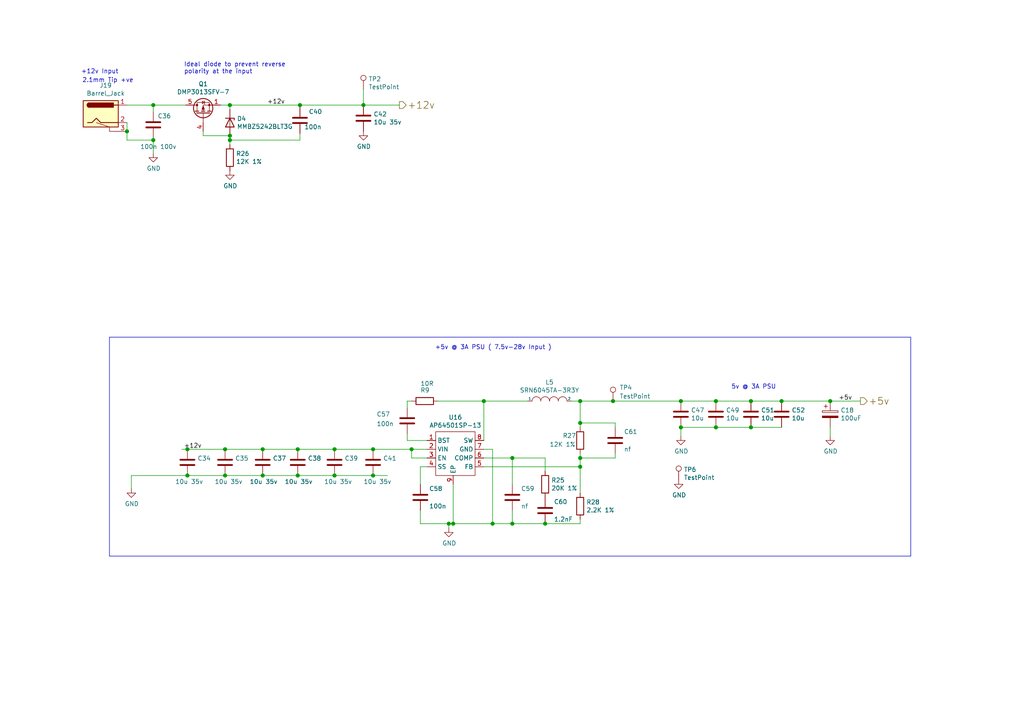
<source format=kicad_sch>
(kicad_sch (version 20231120) (generator "eeschema") (generator_version "8.0")
  (paper "A4")
  (title_block (title "Compute Module 4 IO Board - PSUs") (company "© 2020-2022 Raspberry Pi Ltd (formerly Raspberry Pi (Trading) Ltd.)") (comment 1 "www.raspberrypi.com"))
  (lib_symbols
    (symbol "CM4IO:AP64351"
      (property "Reference" "U" (at 0 8.89 0))
      (property "Value" "AP64351" (at 1.27 6.35 0))
      (symbol "AP64351_0_1"
        (rectangle (start -5.08 5.08) (end 6.35 -7.62))
      )
      (symbol "AP64351_1_1"
        (pin passive line (at -7.62 2.54 0) (length 2.54) (name "BST") (number "1"))
        (pin power_in line (at -7.62 0 0) (length 2.54) (name "VIN") (number "2"))
        (pin input line (at -7.62 -2.54 0) (length 2.54) (name "EN") (number "3"))
        (pin input line (at -7.62 -5.08 0) (length 2.54) (name "SS") (number "4"))
        (pin input line (at 8.89 -5.08 180) (length 2.54) (name "FB") (number "5"))
        (pin input line (at 8.89 -2.54 180) (length 2.54) (name "COMP") (number "6"))
        (pin power_in line (at 8.89 0 180) (length 2.54) (name "GND") (number "7"))
        (pin output line (at 8.89 2.54 180) (length 2.54) (name "SW") (number "8"))
        (pin passive line (at 0 -10.16 90) (length 2.54) (name "EP") (number "9"))
      )
    )
    (symbol "CM4IO:Barrel_Jack"
      (property "Reference" "J" (at 0 5.334 0))
      (property "Value" "Barrel_Jack" (at 0 -5.08 0))
      (symbol "Barrel_Jack_0_1"
        (rectangle (start -5.08 3.81) (end 5.08 -3.81) (stroke (width 0.254)) (fill (type background)))
        (arc (start -3.302 3.175) (mid -3.9342 2.54) (end -3.302 1.905) (stroke (width 0.254)))
        (arc (start -3.302 3.175) (mid -3.9342 2.54) (end -3.302 1.905) (stroke (width 0.254)) (fill (type outline)))
        (polyline (pts (xy 5.08 2.54) (xy 3.81 2.54)) (stroke (width 0.254)))
        (polyline (pts (xy 5.08 -5.08) (xy 2.54 -5.08) (xy 2.54 -3.81) (xy -1.27 -2.54)))
        (polyline (pts (xy -3.81 -2.54) (xy -2.54 -2.54) (xy -1.27 -1.27) (xy 0 -2.54) (xy 2.54 -2.54) (xy 5.08 -2.54)) (stroke (width 0.254)))
        (rectangle (start 3.683 3.175) (end -3.302 1.905) (stroke (width 0.254)) (fill (type outline)))
      )
      (symbol "Barrel_Jack_1_1"
        (pin passive line (at 7.62 2.54 180) (length 2.54) (name "~") (number "1"))
        (pin passive line (at 7.62 -2.54 180) (length 2.54) (name "~") (number "2"))
        (pin passive line (at 7.62 -5.08 180) (length 2.54) (name "~") (number "3"))
      )
    )
    (symbol "Connector:TestPoint" (pin_numbers hide) (pin_names (offset 0.762) hide)
      (property "Reference" "TP" (at 0 6.858 0))
      (property "Value" "TestPoint" (at 0 5.08 0))
      (symbol "TestPoint_0_1"
        (circle (center 0 3.302) (radius 0.762))
      )
      (symbol "TestPoint_1_1"
        (pin passive line (at 0 0 90) (length 2.54) (name "1") (number "1"))
      )
    )
    (symbol "Device:C" (pin_numbers hide) (pin_names (offset 0.254))
      (property "Reference" "C" (at 0.635 2.54 0))
      (property "Value" "C" (at 0.635 -2.54 0))
      (symbol "C_0_1"
        (polyline (pts (xy -2.032 -0.762) (xy 2.032 -0.762)) (stroke (width 0.508)))
        (polyline (pts (xy -2.032 0.762) (xy 2.032 0.762)) (stroke (width 0.508)))
      )
      (symbol "C_1_1"
        (pin passive line (at 0 3.81 270) (length 2.794) (name "~") (number "1"))
        (pin passive line (at 0 -3.81 90) (length 2.794) (name "~") (number "2"))
      )
    )
    (symbol "Device:CP" (pin_numbers hide) (pin_names (offset 0.254))
      (property "Reference" "C" (at 0.635 2.54 0))
      (property "Value" "CP" (at 0.635 -2.54 0))
      (symbol "CP_0_1"
        (rectangle (start -2.286 0.508) (end 2.286 1.016))
        (polyline (pts (xy -1.778 2.286) (xy -0.762 2.286)))
        (polyline (pts (xy -1.27 2.794) (xy -1.27 1.778)))
        (rectangle (start 2.286 -0.508) (end -2.286 -1.016) (fill (type outline)))
      )
      (symbol "CP_1_1"
        (pin passive line (at 0 3.81 270) (length 2.794) (name "~") (number "1"))
        (pin passive line (at 0 -3.81 90) (length 2.794) (name "~") (number "2"))
      )
    )
    (symbol "Device:R" (pin_numbers hide) (pin_names (offset 0))
      (property "Reference" "R" (at 2.032 0 90))
      (property "Value" "R" (at 0 0 90))
      (symbol "R_0_1"
        (rectangle (start -1.016 -2.54) (end 1.016 2.54) (stroke (width 0.254)))
      )
      (symbol "R_1_1"
        (pin passive line (at 0 3.81 270) (length 1.27) (name "~") (number "1"))
        (pin passive line (at 0 -3.81 90) (length 1.27) (name "~") (number "2"))
      )
    )
    (symbol "Diode:BZX84Cxx" (pin_numbers hide) (pin_names hide)
      (property "Reference" "D" (at 0 2.54 0))
      (property "Value" "BZX84Cxx" (at 0 -2.54 0))
      (symbol "BZX84Cxx_0_1"
        (polyline (pts (xy 1.27 0) (xy -1.27 0)))
        (polyline (pts (xy -1.27 -1.27) (xy -1.27 1.27) (xy -0.762 1.27)) (stroke (width 0.254)))
        (polyline (pts (xy 1.27 -1.27) (xy 1.27 1.27) (xy -1.27 0) (xy 1.27 -1.27)) (stroke (width 0.254)))
      )
      (symbol "BZX84Cxx_1_1"
        (pin passive line (at -3.81 0 0) (length 2.54) (name "K") (number "1"))
        (pin passive line (at 3.81 0 180) (length 2.54) (name "A") (number "2"))
      )
    )
    (symbol "Transistor_FET:DMP3013SFV" (pin_names hide)
      (property "Reference" "Q" (at 5.08 1.905 0))
      (property "Value" "DMP3013SFV" (at 5.08 0 0))
      (symbol "DMP3013SFV_0_1"
        (polyline (pts (xy 0.254 0) (xy -2.54 0)))
        (polyline (pts (xy 0.254 1.905) (xy 0.254 -1.905)) (stroke (width 0.254)))
        (polyline (pts (xy 0.762 -1.27) (xy 0.762 -2.286)) (stroke (width 0.254)))
        (polyline (pts (xy 0.762 0.508) (xy 0.762 -0.508)) (stroke (width 0.254)))
        (polyline (pts (xy 0.762 2.286) (xy 0.762 1.27)) (stroke (width 0.254)))
        (polyline (pts (xy 2.54 2.54) (xy 2.54 1.778)))
        (polyline (pts (xy 2.54 -2.54) (xy 2.54 0) (xy 0.762 0)))
        (polyline (pts (xy 0.762 1.778) (xy 3.302 1.778) (xy 3.302 -1.778) (xy 0.762 -1.778)))
        (polyline (pts (xy 2.286 0) (xy 1.27 0.381) (xy 1.27 -0.381) (xy 2.286 0)) (fill (type outline)))
        (polyline (pts (xy 2.794 -0.508) (xy 2.921 -0.381) (xy 3.683 -0.381) (xy 3.81 -0.254)))
        (polyline (pts (xy 3.302 -0.381) (xy 2.921 0.254) (xy 3.683 0.254) (xy 3.302 -0.381)))
        (circle (center 1.651 0) (radius 2.794) (stroke (width 0.254)))
        (circle (center 2.54 -1.778) (radius 0.254) (fill (type outline)))
        (circle (center 2.54 1.778) (radius 0.254) (fill (type outline)))
      )
      (symbol "DMP3013SFV_1_1"
        (pin passive line (at 2.54 -5.08 90) (length 2.54) (name "S") (number "1"))
        (pin passive line (at 2.54 -5.08 90) (length 2.54) hide (name "S") (number "2"))
        (pin passive line (at 2.54 -5.08 90) (length 2.54) hide (name "S") (number "3"))
        (pin passive line (at -5.08 0 0) (length 2.54) (name "G") (number "4"))
        (pin passive line (at 2.54 5.08 270) (length 2.54) (name "D") (number "5"))
      )
    )
    (symbol "power:GND" (power) (pin_names (offset 0))
      (property "Value" "GND" (at 0 -3.81 0))
      (symbol "GND_0_1"
        (polyline (pts (xy 0 0) (xy 0 -1.27) (xy 1.27 -1.27) (xy 0 -2.54) (xy -1.27 -1.27) (xy 0 -1.27)))
      )
      (symbol "GND_1_1"
        (pin power_in line (at 0 0 270) (length 0) hide (name "GND") (number "1"))
      )
    )
    (symbol "pspice:INDUCTOR" (pin_numbers hide) (pin_names (offset 0))
      (property "Reference" "L" (at 0 2.54 0))
      (property "Value" "INDUCTOR" (at 0 -1.27 0))
      (symbol "INDUCTOR_0_1"
        (arc (start -2.54 0) (mid -3.81 1.2645) (end -5.08 0))
        (arc (start 0 0) (mid -1.27 1.2645) (end -2.54 0))
        (arc (start 2.54 0) (mid 1.27 1.2645) (end 0 0))
        (arc (start 5.08 0) (mid 3.81 1.2645) (end 2.54 0))
      )
      (symbol "INDUCTOR_1_1"
        (pin input line (at -6.35 0 0) (length 1.27) (name "1") (number "1"))
        (pin input line (at 6.35 0 180) (length 1.27) (name "2") (number "2"))
      )
    )
  )
  (junction (at 76.2 130.302) (diameter 1.016))
  (junction (at 108.204 130.302) (diameter 1.016))
  (junction (at 140.335 116.332) (diameter 1.016))
  (junction (at 226.695 116.332) (diameter 1.016))
  (junction (at 142.875 151.892) (diameter 1.016))
  (junction (at 131.445 151.892) (diameter 1.016))
  (junction (at 86.995 30.48) (diameter 1.016))
  (junction (at 207.645 123.952) (diameter 1.016))
  (junction (at 76.2 137.922) (diameter 1.016))
  (junction (at 66.675 39.37) (diameter 1.016))
  (junction (at 105.41 30.48) (diameter 1.016))
  (junction (at 240.792 116.332) (diameter 1.016))
  (junction (at 36.83 38.1) (diameter 1.016))
  (junction (at 207.645 116.332) (diameter 1.016))
  (junction (at 66.675 30.48) (diameter 1.016))
  (junction (at 168.275 135.382) (diameter 1.016))
  (junction (at 97.028 130.302) (diameter 1.016))
  (junction (at 97.028 137.922) (diameter 1.016))
  (junction (at 108.204 137.922) (diameter 1.016))
  (junction (at 54.356 130.302) (diameter 1.016))
  (junction (at 168.275 116.332) (diameter 1.016))
  (junction (at 168.275 122.682) (diameter 1.016))
  (junction (at 158.115 151.892) (diameter 1.016))
  (junction (at 148.59 151.892) (diameter 1.016))
  (junction (at 197.485 116.332) (diameter 1.016))
  (junction (at 130.175 151.892) (diameter 1.016))
  (junction (at 177.8 116.332) (diameter 1.016))
  (junction (at 148.59 132.842) (diameter 1.016))
  (junction (at 217.805 116.332) (diameter 1.016))
  (junction (at 119.38 130.302) (diameter 1.016))
  (junction (at 44.45 30.48) (diameter 1.016))
  (junction (at 65.278 130.302) (diameter 1.016))
  (junction (at 86.36 137.922) (diameter 1.016))
  (junction (at 54.356 137.922) (diameter 1.016))
  (junction (at 65.278 137.922) (diameter 1.016))
  (junction (at 66.675 40.64) (diameter 1.016))
  (junction (at 86.36 130.302) (diameter 1.016))
  (junction (at 197.485 123.952) (diameter 1.016))
  (junction (at 217.805 123.952) (diameter 1.016))
  (junction (at 168.275 132.842) (diameter 1.016))
  (junction (at 44.45 40.64) (diameter 1.016))
  (polyline (pts (xy 264.16 161.29) (xy 31.75 161.29)) (stroke (width 0) (type solid)))
  (wire (pts (xy 108.204 130.302) (xy 119.38 130.302)))
  (wire (pts (xy 148.59 151.892) (xy 158.115 151.892)))
  (polyline (pts (xy 31.75 97.79) (xy 264.16 97.79)) (stroke (width 0) (type solid)))
  (wire (pts (xy 142.875 151.892) (xy 148.59 151.892)))
  (wire (pts (xy 131.445 140.462) (xy 131.445 151.892)))
  (wire (pts (xy 118.11 116.332) (xy 119.38 116.332)))
  (polyline (pts (xy 264.16 97.79) (xy 264.16 161.29)) (stroke (width 0) (type solid)))
  (wire (pts (xy 118.11 127.762) (xy 123.825 127.762)))
  (wire (pts (xy 66.675 30.48) (xy 86.995 30.48)))
  (wire (pts (xy 226.695 123.952) (xy 217.805 123.952)))
  (wire (pts (xy 158.115 151.892) (xy 168.275 151.892)))
  (wire (pts (xy 76.2 137.922) (xy 86.36 137.922)))
  (wire (pts (xy 97.028 137.922) (xy 108.204 137.922)))
  (wire (pts (xy 197.485 116.332) (xy 207.645 116.332)))
  (wire (pts (xy 148.59 148.082) (xy 148.59 151.892)))
  (wire (pts (xy 197.485 123.952) (xy 197.485 126.492)))
  (wire (pts (xy 140.335 135.382) (xy 168.275 135.382)))
  (wire (pts (xy 36.83 40.64) (xy 44.45 40.64)))
  (wire (pts (xy 65.278 137.922) (xy 76.2 137.922)))
  (wire (pts (xy 118.11 125.857) (xy 118.11 127.762)))
  (wire (pts (xy 119.38 130.302) (xy 123.825 130.302)))
  (wire (pts (xy 165.735 116.332) (xy 168.275 116.332)))
  (wire (pts (xy 105.41 30.48) (xy 115.824 30.48)))
  (wire (pts (xy 86.36 130.302) (xy 97.028 130.302)))
  (wire (pts (xy 86.995 30.48) (xy 105.41 30.48)))
  (wire (pts (xy 168.275 122.682) (xy 178.435 122.682)))
  (wire (pts (xy 142.875 130.302) (xy 142.875 151.892)))
  (wire (pts (xy 217.805 116.332) (xy 226.695 116.332)))
  (wire (pts (xy 240.792 116.332) (xy 249.555 116.332)))
  (wire (pts (xy 118.11 118.237) (xy 118.11 116.332)))
  (wire (pts (xy 105.41 25.908) (xy 105.41 30.48)))
  (wire (pts (xy 65.278 130.302) (xy 76.2 130.302)))
  (wire (pts (xy 140.335 130.302) (xy 142.875 130.302)))
  (wire (pts (xy 158.115 136.652) (xy 158.115 132.842)))
  (wire (pts (xy 119.38 132.842) (xy 123.825 132.842)))
  (wire (pts (xy 168.275 132.842) (xy 178.435 132.842)))
  (wire (pts (xy 66.675 40.64) (xy 86.995 40.64)))
  (wire (pts (xy 121.92 151.892) (xy 130.175 151.892)))
  (wire (pts (xy 168.275 151.892) (xy 168.275 150.622)))
  (wire (pts (xy 66.675 39.37) (xy 66.675 40.64)))
  (wire (pts (xy 168.275 135.382) (xy 168.275 143.002)))
  (wire (pts (xy 168.275 116.332) (xy 177.8 116.332)))
  (wire (pts (xy 58.928 38.1) (xy 58.928 39.37)))
  (wire (pts (xy 131.445 151.892) (xy 142.875 151.892)))
  (wire (pts (xy 177.8 116.332) (xy 197.485 116.332)))
  (wire (pts (xy 44.45 30.48) (xy 53.848 30.48)))
  (wire (pts (xy 97.028 130.302) (xy 108.204 130.302)))
  (wire (pts (xy 64.008 30.48) (xy 66.675 30.48)))
  (wire (pts (xy 119.38 130.302) (xy 119.38 132.842)))
  (wire (pts (xy 168.275 131.572) (xy 168.275 132.842)))
  (wire (pts (xy 86.995 40.64) (xy 86.995 38.735)))
  (wire (pts (xy 140.335 116.332) (xy 153.035 116.332)))
  (wire (pts (xy 217.805 123.952) (xy 207.645 123.952)))
  (wire (pts (xy 207.645 123.952) (xy 197.485 123.952)))
  (wire (pts (xy 36.83 38.1) (xy 36.83 35.56)))
  (wire (pts (xy 86.36 137.922) (xy 97.028 137.922)))
  (wire (pts (xy 52.705 130.302) (xy 54.356 130.302)))
  (wire (pts (xy 76.2 130.302) (xy 86.36 130.302)))
  (wire (pts (xy 127 116.332) (xy 140.335 116.332)))
  (wire (pts (xy 54.356 130.302) (xy 65.278 130.302)))
  (wire (pts (xy 140.335 132.842) (xy 148.59 132.842)))
  (wire (pts (xy 86.995 30.48) (xy 86.995 31.115)))
  (wire (pts (xy 44.45 40.64) (xy 44.45 44.45)))
  (wire (pts (xy 66.675 30.48) (xy 66.675 31.75)))
  (wire (pts (xy 36.83 30.48) (xy 44.45 30.48)))
  (wire (pts (xy 38.1 137.922) (xy 54.356 137.922)))
  (wire (pts (xy 44.45 40.005) (xy 44.45 40.64)))
  (wire (pts (xy 66.675 40.64) (xy 66.675 41.91)))
  (wire (pts (xy 168.275 122.682) (xy 168.275 123.952)))
  (wire (pts (xy 121.92 148.082) (xy 121.92 151.892)))
  (wire (pts (xy 178.435 132.842) (xy 178.435 131.572)))
  (wire (pts (xy 130.175 153.162) (xy 130.175 151.892)))
  (wire (pts (xy 38.1 137.922) (xy 38.1 141.732)))
  (wire (pts (xy 123.825 135.382) (xy 121.92 135.382)))
  (polyline (pts (xy 31.75 97.79) (xy 31.75 161.29)) (stroke (width 0) (type solid)))
  (wire (pts (xy 58.928 39.37) (xy 66.675 39.37)))
  (wire (pts (xy 54.356 137.922) (xy 65.278 137.922)))
  (wire (pts (xy 36.83 40.64) (xy 36.83 38.1)))
  (wire (pts (xy 44.45 30.48) (xy 44.45 32.385)))
  (wire (pts (xy 168.275 132.842) (xy 168.275 135.382)))
  (wire (pts (xy 226.695 116.332) (xy 240.792 116.332)))
  (wire (pts (xy 108.204 137.922) (xy 112.395 137.922)))
  (wire (pts (xy 121.92 135.382) (xy 121.92 140.462)))
  (wire (pts (xy 148.59 132.842) (xy 148.59 140.462)))
  (wire (pts (xy 240.792 123.952) (xy 240.792 126.492)))
  (wire (pts (xy 140.335 116.332) (xy 140.335 127.762)))
  (wire (pts (xy 168.275 116.332) (xy 168.275 122.682)))
  (wire (pts (xy 130.175 151.892) (xy 131.445 151.892)))
  (wire (pts (xy 178.435 122.682) (xy 178.435 123.952)))
  (wire (pts (xy 207.645 116.332) (xy 217.805 116.332)))
  (wire (pts (xy 148.59 132.842) (xy 158.115 132.842)))
  (text "+12v Input" (at 23.495 21.59 0) (effects (font (size 1.27 1.27)) (justify left bottom)))
  (text "5v @ 3A PSU\n" (at 212.09 113.03 0) (effects (font (size 1.27 1.27)) (justify left bottom)))
  (text "2.1mm Tip +ve" (at 38.735 24.13 0) (effects (font (size 1.27 1.27)) (justify right bottom)))
  (text "Ideal diode to prevent reverse\npolarity at the input" (at 53.34 21.59 0) (effects (font (size 1.27 1.27)) (justify left bottom)))
  (text "+5v @ 3A PSU ( 7.5v-28v Input )" (at 160.02 101.6 0) (effects (font (size 1.27 1.27)) (justify right bottom)))
  (label "+5v" (at 243.205 116.332 0))
  (label "+12v" (at 77.47 30.48 0))
  (label "+12v" (at 53.34 130.302 0))
  (hierarchical_label "+12v" (shape output) (at 115.824 30.48 0) (effects (font (size 2.0066 2.0066))))
  (hierarchical_label "+5v" (shape output) (at 249.555 116.332 0) (effects (font (size 2.0066 2.0066))))
  (symbol (lib_id "power:GND") (at 105.41 38.1 0) (unit 1)
    (property "Reference" "#PWR043" (effects (hide yes)))
    (property "Value" "GND" (at 105.537 42.4942 0))
  )
  (symbol (lib_id "power:GND") (at 44.45 44.45 0) (unit 1)
    (property "Reference" "#PWR041" (effects (hide yes)))
    (property "Value" "GND" (at 44.577 48.8442 0))
  )
  (symbol (lib_id "Device:C") (at 197.485 120.142 0) (unit 1)
    (property "Reference" "C47" (at 200.406 118.9736 0) (effects (justify left)))
    (property "Value" "10u" (at 200.406 121.285 0) (effects (justify left)))
    (property "Footprint" "Capacitor_SMD:C_0805_2012Metric" (effects (hide yes)))
    (property "Datasheet" "https://search.murata.co.jp/Ceramy/image/img/A01X/G101/ENG/GRM21BR71A106KA73-01.pdf" (effects (hide yes)))
    (property "Field5" "490-14381-1-ND" (effects (hide yes)))
    (property "Field4" "Digikey" (effects (hide yes)))
    (property "Field6" "GRM21BR71A106KA73L" (effects (hide yes)))
    (property "Field7" "Murata" (effects (hide yes)))
    (property "Part Description" "	10uF 10% 10V Ceramic Capacitor X7R 0805 (2012 Metric)" (effects (hide yes)))
    (property "Field8" "111893011" (effects (hide yes)))
  )
  (symbol (lib_id "Device:C") (at 207.645 120.142 0) (unit 1)
    (property "Reference" "C49" (at 210.566 118.9736 0) (effects (justify left)))
    (property "Value" "10u" (at 210.566 121.285 0) (effects (justify left)))
    (property "Footprint" "Capacitor_SMD:C_0805_2012Metric" (effects (hide yes)))
    (property "Datasheet" "https://search.murata.co.jp/Ceramy/image/img/A01X/G101/ENG/GRM21BR71A106KA73-01.pdf" (effects (hide yes)))
    (property "Field5" "490-14381-1-ND" (effects (hide yes)))
    (property "Field4" "Digikey" (effects (hide yes)))
    (property "Field6" "GRM21BR71A106KA73L" (effects (hide yes)))
    (property "Field7" "Murata" (effects (hide yes)))
    (property "Part Description" "	10uF 10% 10V Ceramic Capacitor X7R 0805 (2012 Metric)" (effects (hide yes)))
    (property "Field8" "111893011" (effects (hide yes)))
  )
  (symbol (lib_id "Device:C") (at 217.805 120.142 0) (unit 1)
    (property "Reference" "C51" (at 220.726 118.9736 0) (effects (justify left)))
    (property "Value" "10u" (at 220.726 121.285 0) (effects (justify left)))
    (property "Footprint" "Capacitor_SMD:C_0805_2012Metric" (effects (hide yes)))
    (property "Datasheet" "https://search.murata.co.jp/Ceramy/image/img/A01X/G101/ENG/GRM21BR71A106KA73-01.pdf" (effects (hide yes)))
    (property "Field5" "490-14381-1-ND" (effects (hide yes)))
    (property "Field4" "Digikey" (effects (hide yes)))
    (property "Field6" "GRM21BR71A106KA73L" (effects (hide yes)))
    (property "Field7" "Murata" (effects (hide yes)))
    (property "Part Description" "	10uF 10% 10V Ceramic Capacitor X7R 0805 (2012 Metric)" (effects (hide yes)))
    (property "Field8" "111893011" (effects (hide yes)))
  )
  (symbol (lib_id "Device:C") (at 226.695 120.142 0) (unit 1)
    (property "Reference" "C52" (at 229.616 118.9736 0) (effects (justify left)))
    (property "Value" "10u" (at 229.616 121.285 0) (effects (justify left)))
    (property "Footprint" "Capacitor_SMD:C_0805_2012Metric" (effects (hide yes)))
    (property "Datasheet" "https://search.murata.co.jp/Ceramy/image/img/A01X/G101/ENG/GRM21BR71A106KA73-01.pdf" (effects (hide yes)))
    (property "Field5" "490-14381-1-ND" (effects (hide yes)))
    (property "Field4" "Digikey" (effects (hide yes)))
    (property "Field6" "GRM21BR71A106KA73L" (effects (hide yes)))
    (property "Field7" "Murata" (effects (hide yes)))
    (property "Part Description" "	10uF 10% 10V Ceramic Capacitor X7R 0805 (2012 Metric)" (effects (hide yes)))
    (property "Field8" "111893011" (effects (hide yes)))
  )
  (symbol (lib_id "Device:C") (at 44.45 36.195 0) (unit 1)
    (property "Reference" "C36" (at 45.72 33.655 0) (effects (justify left)))
    (property "Value" "100n 100v" (at 40.64 42.545 0) (effects (justify left)))
    (property "Footprint" "Capacitor_SMD:C_0402_1005Metric" (effects (hide yes)))
    (property "Datasheet" "https://psearch.en.murata.com/capacitor/product/GRM155R62A104KE14%23.pdf" (effects (hide yes)))
    (property "Field4" "Farnell" (effects (hide yes)))
    (property "Field5" "2611907" (effects (hide yes)))
    (property "Field6" "GRM155R62A104KE14D" (effects (hide yes)))
    (property "Field7" "Murata" (effects (hide yes)))
    (property "Part Description" "	0.1uF 10% 100V Ceramic Capacitor X5R 0402 (1005 Metric)" (effects (hide yes)))
  )
  (symbol (lib_id "power:GND") (at 66.675 49.53 0) (unit 1)
    (property "Reference" "#PWR042" (effects (hide yes)))
    (property "Value" "GND" (at 66.802 53.9242 0))
  )
  (symbol (lib_id "CM4IO:Barrel_Jack") (at 29.21 33.02 0) (unit 1)
    (property "Reference" "J19" (at 30.6578 24.765 0))
    (property "Value" "Barrel_Jack" (at 30.6578 27.0764 0))
    (property "Footprint" "CM4IO:BarrelJack_Horizontal" (effects (hide yes)))
    (property "Datasheet" "https://www.toby.co.uk/uploads/publications/842.pdf" (effects (hide yes)))
    (property "Field4" "Toby" (effects (hide yes)))
    (property "Field5" "DC-001-A-2.1mm-R" (effects (hide yes)))
    (property "Part Description" "DC Power Connectors PCB 2.1MM" (effects (hide yes)))
    (property "Field6" "DC-001-A-2.1mm-R" (effects (hide yes)))
    (property "Field7" "Valcon" (effects (hide yes)))
  )
  (symbol (lib_id "Diode:BZX84Cxx") (at 66.675 35.56 270) (unit 1)
    (property "Reference" "D4" (at 68.707 34.417 90) (effects (justify left)))
    (property "Value" "MMBZ5242BLT3G" (at 68.707 36.703 90) (effects (justify left)))
    (property "Footprint" "Diode_SMD:D_SOT-23_ANK" (effects (hide yes)))
    (property "Datasheet" "https://diotec.com/tl_files/diotec/files/pdf/datasheets/bzx84c2v4.pdf" (effects (hide yes)))
    (property "Field4" "Digikey" (effects (hide yes)))
    (property "Field5" "	MMBZ5242BLT3GOSCT-ND" (effects (hide yes)))
    (property "Field6" "MMBZ5242BLT3G" (effects (hide yes)))
    (property "Field7" "Onsemi" (effects (hide yes)))
    (property "Part Description" "	Zener Diode 12V 225mW 5% Surface Mount SOT-23-3 (TO-236)" (effects (hide yes)))
  )
  (symbol (lib_id "Device:R") (at 66.675 45.72 0) (unit 1)
    (property "Reference" "R26" (at 68.453 44.5516 0) (effects (justify left)))
    (property "Value" "12K 1%" (at 68.453 46.863 0) (effects (justify left)))
    (property "Footprint" "Resistor_SMD:R_0402_1005Metric" (effects (hide yes)))
    (property "Datasheet" "https://fscdn.rohm.com/en/products/databook/datasheet/passive/resistor/chip_resistor/mcr-e.pdf" (effects (hide yes)))
    (property "Field4" "Farnell" (effects (hide yes)))
    (property "Field5" "9239367" (effects (hide yes)))
    (property "Field7" "Rohm" (effects (hide yes)))
    (property "Field6" "MCR01MZPF1202" (effects (hide yes)))
    (property "Part Description" "Resistor 12K M1005 1% 63mW" (effects (hide yes)))
  )
  (symbol (lib_id "Device:C") (at 86.995 34.925 0) (unit 1)
    (property "Reference" "C40" (at 89.535 32.385 0) (effects (justify left)))
    (property "Value" "100n" (at 88.265 36.83 0) (effects (justify left)))
    (property "Footprint" "Capacitor_SMD:C_0402_1005Metric" (effects (hide yes)))
    (property "Datasheet" "https://search.murata.co.jp/Ceramy/image/img/A01X/G101/ENG/GRM155R71C104KA88-01.pdf" (effects (hide yes)))
    (property "Field4" "Farnell" (effects (hide yes)))
    (property "Field5" "2611911" (effects (hide yes)))
    (property "Field6" "RM EMK105 B7104KV-F" (effects (hide yes)))
    (property "Field7" "TAIYO YUDEN EUROPE GMBH" (effects (hide yes)))
    (property "Part Description" "	0.1uF 10% 16V Ceramic Capacitor X7R 0402 (1005 Metric)" (effects (hide yes)))
    (property "Field8" "110091611" (effects (hide yes)))
  )
  (symbol (lib_id "power:GND") (at 197.485 126.492 0) (unit 1)
    (property "Reference" "#PWR0118" (effects (hide yes)))
    (property "Value" "GND" (at 197.612 130.8862 0))
  )
  (symbol (lib_id "Device:C") (at 118.11 122.047 0) (unit 1)
    (property "Reference" "C57" (at 109.22 120.142 0) (effects (justify left)))
    (property "Value" "100n" (at 109.22 122.936 0) (effects (justify left)))
    (property "Footprint" "Capacitor_SMD:C_0402_1005Metric" (effects (hide yes)))
    (property "Datasheet" "https://search.murata.co.jp/Ceramy/image/img/A01X/G101/ENG/GRM155R71C104KA88-01.pdf" (effects (hide yes)))
    (property "Field4" "Farnell" (effects (hide yes)))
    (property "Field5" "2611911" (effects (hide yes)))
    (property "Field6" "RM EMK105 B7104KV-F" (effects (hide yes)))
    (property "Field7" "TAIYO YUDEN EUROPE GMBH" (effects (hide yes)))
    (property "Part Description" "	0.1uF 10% 16V Ceramic Capacitor X7R 0402 (1005 Metric)" (effects (hide yes)))
    (property "Field8" "110091611" (effects (hide yes)))
  )
  (symbol (lib_id "Device:R") (at 123.19 116.332 270) (unit 1)
    (property "Reference" "R9" (at 121.92 113.157 90) (effects (justify left)))
    (property "Value" "10R" (at 121.92 111.252 90) (effects (justify left)))
    (property "Footprint" "Resistor_SMD:R_0402_1005Metric" (effects (hide yes)))
    (property "Datasheet" "https://fscdn.rohm.com/en/products/databook/datasheet/passive/resistor/chip_resistor/mcr-e.pdf" (effects (hide yes)))
    (property "Field4" "Farnell" (effects (hide yes)))
    (property "Field5" "9238999" (effects (hide yes)))
    (property "Field7" "Yageo" (effects (hide yes)))
    (property "Field6" "RC0402FR-0710RL" (effects (hide yes)))
    (property "Field8" "URES00256" (effects (hide yes)))
    (property "Part Description" "Resistor 10R M1005 1% 63mW" (effects (hide yes)))
  )
  (symbol (lib_id "Device:C") (at 178.435 127.762 0) (unit 1)
    (property "Reference" "C61" (at 180.975 125.222 0) (effects (justify left)))
    (property "Value" "nf" (at 180.975 130.302 0) (effects (justify left)))
    (property "Footprint" "Capacitor_SMD:C_0402_1005Metric" (effects (hide yes)))
    (property "Datasheet" "http://www.farnell.com/datasheets/2048267.pdf?_ga=2.222777691.1738794919.1588350964-1787849031.1568210898&_gac=1.250356018.1588350964.EAIaIQobChMIgrHHs4yT6QIVxevtCh39TA_nEAAYASAAEgK8PfD_BwE" (effects (hide yes)))
    (property "Field4" "Farnell" (effects (hide yes)))
    (property "Field5" "2666374" (effects (hide yes)))
    (property "Field6" "GRM1555C1H221JA01D" (effects (hide yes)))
    (property "Field7" "Murata" (effects (hide yes)))
    (property "Part Description" "220 pF, 50 V, 0402 [1005 Metric], ± 5%, C0G / NP0/CH, GCM Series" (effects (hide yes)))
  )
  (symbol (lib_id "Device:R") (at 168.275 127.762 0) (unit 1)
    (property "Reference" "R27" (at 163.195 126.365 0) (effects (justify left)))
    (property "Value" "12K 1%" (at 159.385 128.905 0) (effects (justify left)))
    (property "Footprint" "Resistor_SMD:R_0402_1005Metric" (effects (hide yes)))
    (property "Datasheet" "https://fscdn.rohm.com/en/products/databook/datasheet/passive/resistor/chip_resistor/mcr-e.pdf" (effects (hide yes)))
    (property "Field4" "Farnell" (effects (hide yes)))
    (property "Field5" "9239367" (effects (hide yes)))
    (property "Field7" "Rohm" (effects (hide yes)))
    (property "Field6" "MCR01MZPF1202" (effects (hide yes)))
    (property "Part Description" "Resistor 12K M1005 1% 63mW" (effects (hide yes)))
  )
  (symbol (lib_id "pspice:INDUCTOR") (at 159.385 116.332 0) (unit 1)
    (property "Reference" "L5" (at 159.385 110.871 0))
    (property "Value" "SRN6045TA-3R3Y" (at 159.385 113.1824 0))
    (property "Footprint" "Inductor_SMD:L_Bourns_SRN6045TA" (effects (hide yes)))
    (property "Datasheet" "https://www.bourns.com/docs/Product-Datasheets/SRN6045TA.pdf" (effects (hide yes)))
    (property "Field4" "Farnell" (effects (hide yes)))
    (property "Field5" "2616889" (effects (hide yes)))
    (property "Field6" "SRN6045TA-3R3Y" (effects (hide yes)))
    (property "Field7" "Bourns" (effects (hide yes)))
    (property "Part Description" "3.3µH Semi-Shielded Wirewound Inductor 7.8A 21mOhm Nonstandard" (effects (hide yes)))
  )
  (symbol (lib_id "Device:C") (at 158.115 148.082 0) (unit 1)
    (property "Reference" "C60" (at 160.655 145.542 0) (effects (justify left)))
    (property "Value" "1.2nF" (at 160.655 150.622 0) (effects (justify left)))
    (property "Footprint" "Capacitor_SMD:C_0402_1005Metric" (effects (hide yes)))
    (property "Datasheet" "http://www.farnell.com/datasheets/2734135.pdf?_ga=2.259347658.1738794919.1588350964-1787849031.1568210898&_gac=1.15394434.1588350964.EAIaIQobChMIgrHHs4yT6QIVxevtCh39TA_nEAAYASAAEgK8PfD_BwE" (effects (hide yes)))
    (property "Field4" "Digikey" (effects (hide yes)))
    (property "Field5" "490-16429-1-ND" (effects (hide yes)))
    (property "Field6" "GCM155R71H122KA37D" (effects (hide yes)))
    (property "Field7" "Murata" (effects (hide yes)))
    (property "Part Description" "1200pF 10% 10V Ceramic Capacitor X5R 0402 (1005 Metric)" (effects (hide yes)))
  )
  (symbol (lib_id "Device:C") (at 148.59 144.272 0) (unit 1)
    (property "Reference" "C59" (at 151.13 141.732 0) (effects (justify left)))
    (property "Value" "nf" (at 151.13 146.812 0) (effects (justify left)))
    (property "Footprint" "Capacitor_SMD:C_0402_1005Metric" (effects (hide yes)))
  )
  (symbol (lib_id "CM4IO:AP64351") (at 131.445 130.302 0) (unit 1)
    (property "Reference" "U16" (at 132.08 121.0564 0))
    (property "Value" "AP64501SP-13" (at 132.08 123.3678 0))
    (property "Footprint" "Package_SO:SOIC-8-1EP_3.9x4.9mm_P1.27mm_EP2.95x4.9mm_Mask2.71x3.4mm_ThermalVias" (effects (hide yes)))
    (property "Datasheet" "https://www.diodes.com/assets/Datasheets/AP64501.pdf" (effects (hide yes)))
    (property "Field4" "Digikey" (effects (hide yes)))
    (property "Field5" "31-AP64501SP-13CT-ND" (effects (hide yes)))
    (property "Field6" "AP64501SP-13" (effects (hide yes)))
    (property "Field7" "Diodes" (effects (hide yes)))
    (property "Part Description" "Buck Switching Regulator IC Positive Adjustable 0.8V 1 Output 5A 8-SOIC (0.154\", 3.90mm Width) Exposed Pad" (effects (hide yes)))
  )
  (symbol (lib_id "Device:C") (at 121.92 144.272 0) (unit 1)
    (property "Reference" "C58" (at 124.46 141.732 0) (effects (justify left)))
    (property "Value" "100n" (at 124.46 146.812 0) (effects (justify left)))
    (property "Footprint" "Capacitor_SMD:C_0402_1005Metric" (effects (hide yes)))
    (property "Datasheet" "https://search.murata.co.jp/Ceramy/image/img/A01X/G101/ENG/GRM155R71C104KA88-01.pdf" (effects (hide yes)))
    (property "Field4" "Farnell" (effects (hide yes)))
    (property "Field5" "2611911" (effects (hide yes)))
    (property "Field6" "RM EMK105 B7104KV-F" (effects (hide yes)))
    (property "Field7" "TAIYO YUDEN EUROPE GMBH" (effects (hide yes)))
    (property "Part Description" "	0.1uF 10% 16V Ceramic Capacitor X7R 0402 (1005 Metric)" (effects (hide yes)))
    (property "Field8" "110091611" (effects (hide yes)))
  )
  (symbol (lib_id "power:GND") (at 130.175 153.162 0) (unit 1)
    (property "Reference" "#PWR0119" (effects (hide yes)))
    (property "Value" "GND" (at 130.302 157.5562 0))
  )
  (symbol (lib_id "Device:R") (at 168.275 146.812 0) (unit 1)
    (property "Reference" "R28" (at 170.053 145.6436 0) (effects (justify left)))
    (property "Value" "2.2K 1%" (at 170.053 147.955 0) (effects (justify left)))
    (property "Footprint" "Resistor_SMD:R_0402_1005Metric" (effects (hide yes)))
    (property "Datasheet" "https://fscdn.rohm.com/en/products/databook/datasheet/passive/resistor/chip_resistor/mcr-e.pdf" (effects (hide yes)))
    (property "Field4" "Farnell" (effects (hide yes)))
    (property "Field5" "9239278" (effects (hide yes)))
    (property "Field6" "RK73G1ETQTP2201D         " (effects (hide yes)))
    (property "Field7" "KOA EUROPE GMBH" (effects (hide yes)))
    (property "Part Description" "Resistor 2.2K M1005 1% 63mW" (effects (hide yes)))
    (property "Field8" "120889581" (effects (hide yes)))
  )
  (symbol (lib_id "Device:R") (at 158.115 140.462 0) (unit 1)
    (property "Reference" "R25" (at 159.893 139.2936 0) (effects (justify left)))
    (property "Value" "20K 1%" (at 159.893 141.605 0) (effects (justify left)))
    (property "Footprint" "Resistor_SMD:R_0402_1005Metric" (effects (hide yes)))
    (property "Datasheet" "https://fscdn.rohm.com/en/products/databook/datasheet/passive/resistor/chip_resistor/mcr-e.pdf" (effects (hide yes)))
    (property "Field4" "Farnell" (effects (hide yes)))
    (property "Field5" "2331485" (effects (hide yes)))
    (property "Field7" "KOA EUROPE GMBH" (effects (hide yes)))
    (property "Field6" "RK73H1ETTP2002F" (effects (hide yes)))
    (property "Part Description" "Resistor 20K M1005 1% 63mW" (effects (hide yes)))
  )
  (symbol (lib_id "power:GND") (at 38.1 141.732 0) (unit 1)
    (property "Reference" "#PWR0120" (effects (hide yes)))
    (property "Value" "GND" (at 38.227 146.1262 0))
  )
  (symbol (lib_id "Connector:TestPoint") (at 105.41 25.908 0) (unit 1)
    (property "Reference" "TP2" (at 106.8832 22.9108 0) (effects (justify left)))
    (property "Value" "TestPoint" (at 106.8832 25.2222 0) (effects (justify left)))
    (property "Footprint" "TestPoint:TestPoint_Pad_2.0x2.0mm" (effects (hide yes)))
    (property "Field4" "nf" (effects (hide yes)))
    (property "Field5" "nf" (effects (hide yes)))
    (property "Field6" "nf" (effects (hide yes)))
    (property "Field7" "nf" (effects (hide yes)))
  )
  (symbol (lib_id "Connector:TestPoint") (at 196.85 139.192 0) (unit 1)
    (property "Reference" "TP6" (at 198.3232 136.1948 0) (effects (justify left)))
    (property "Value" "TestPoint" (at 198.3232 138.5062 0) (effects (justify left)))
    (property "Footprint" "TestPoint:TestPoint_Pad_2.0x2.0mm" (effects (hide yes)))
    (property "Field4" "nf" (effects (hide yes)))
    (property "Field5" "nf" (effects (hide yes)))
    (property "Field6" "nf" (effects (hide yes)))
    (property "Field7" "nf" (effects (hide yes)))
  )
  (symbol (lib_id "power:GND") (at 196.85 139.192 0) (unit 1)
    (property "Reference" "#PWR0122" (effects (hide yes)))
    (property "Value" "GND" (at 196.977 143.5862 0))
  )
  (symbol (lib_id "Transistor_FET:DMP3013SFV") (at 58.928 33.02 90) (unit 1)
    (property "Reference" "Q1" (at 58.928 24.3586 90))
    (property "Value" "DMP3013SFV-7" (at 58.928 26.67 90))
    (property "Footprint" "Package_SON:Diodes_PowerDI3333-8" (effects (hide yes)))
    (property "Datasheet" "https://www.diodes.com/assets/Datasheets/DMP3013SFV.pdf" (effects (hide yes)))
    (property "Field4" "Farnell" (effects (hide yes)))
    (property "Field5" "3405192" (effects (hide yes)))
    (property "Field6" "DMP3013SFV-7" (effects (hide yes)))
    (property "Field7" "Diodes" (effects (hide yes)))
    (property "Part Description" "DMP3013SFV-7 -  Power MOSFET, P Channel, 30 V, 12 A, 0.008 ohm, PowerDI3333, Surface Mount" (effects (hide yes)))
  )
  (symbol (lib_id "power:GND") (at 240.792 126.492 0) (unit 1)
    (property "Reference" "#PWR02" (effects (hide yes)))
    (property "Value" "GND" (at 240.919 130.8862 0))
  )
  (symbol (lib_id "Device:C") (at 108.204 134.112 0) (unit 1)
    (property "Reference" "C41" (at 111.125 132.9436 0) (effects (justify left)))
    (property "Value" "10u 35v" (at 105.41 139.7 0) (effects (justify left)))
    (property "Footprint" "Capacitor_SMD:C_0805_2012Metric" (effects (hide yes)))
    (property "Datasheet" "https://www.murata.com/en-global/products/productdetail.aspx?partno=GRM21BC8YA106ME11%23" (effects (hide yes)))
    (property "Field5" "490-10505-1-ND" (effects (hide yes)))
    (property "Field4" "Digikey" (effects (hide yes)))
    (property "Field6" "GRM21BC8YA106KE11L " (effects (hide yes)))
    (property "Field7" "Murata" (effects (hide yes)))
    (property "Part Description" "	10uF 10% or 20% 35V Ceramic Capacitor X6S 0805 (2012 Metric)" (effects (hide yes)))
  )
  (symbol (lib_id "Device:C") (at 97.028 134.112 0) (unit 1)
    (property "Reference" "C39" (at 99.949 132.9436 0) (effects (justify left)))
    (property "Value" "10u 35v" (at 93.98 139.7 0) (effects (justify left)))
    (property "Footprint" "Capacitor_SMD:C_0805_2012Metric" (effects (hide yes)))
    (property "Datasheet" "https://www.murata.com/en-global/products/productdetail.aspx?partno=GRM21BC8YA106ME11%23" (effects (hide yes)))
    (property "Field5" "490-10505-1-ND" (effects (hide yes)))
    (property "Field4" "Digikey" (effects (hide yes)))
    (property "Field6" "GRM21BC8YA106KE11L " (effects (hide yes)))
    (property "Field7" "Murata" (effects (hide yes)))
    (property "Part Description" "	10uF 10% or 20% 35V Ceramic Capacitor X6S 0805 (2012 Metric)" (effects (hide yes)))
  )
  (symbol (lib_id "Device:C") (at 86.36 134.112 0) (unit 1)
    (property "Reference" "C38" (at 89.281 132.9436 0) (effects (justify left)))
    (property "Value" "10u 35v" (at 82.55 139.7 0) (effects (justify left)))
    (property "Footprint" "Capacitor_SMD:C_0805_2012Metric" (effects (hide yes)))
    (property "Datasheet" "https://www.murata.com/en-global/products/productdetail.aspx?partno=GRM21BC8YA106ME11%23" (effects (hide yes)))
    (property "Field5" "490-10505-1-ND" (effects (hide yes)))
    (property "Field4" "Digikey" (effects (hide yes)))
    (property "Field6" "GRM21BC8YA106KE11L " (effects (hide yes)))
    (property "Field7" "Murata" (effects (hide yes)))
    (property "Part Description" "	10uF 10% or 20% 35V Ceramic Capacitor X6S 0805 (2012 Metric)" (effects (hide yes)))
  )
  (symbol (lib_id "Device:C") (at 76.2 134.112 0) (unit 1)
    (property "Reference" "C37" (at 79.121 132.9436 0) (effects (justify left)))
    (property "Value" "10u 35v" (at 72.39 139.7 0) (effects (justify left)))
    (property "Footprint" "Capacitor_SMD:C_0805_2012Metric" (effects (hide yes)))
    (property "Datasheet" "https://www.murata.com/en-global/products/productdetail.aspx?partno=GRM21BC8YA106ME11%23" (effects (hide yes)))
    (property "Field5" "490-10505-1-ND" (effects (hide yes)))
    (property "Field4" "Digikey" (effects (hide yes)))
    (property "Field6" "GRM21BC8YA106KE11L " (effects (hide yes)))
    (property "Field7" "Murata" (effects (hide yes)))
    (property "Part Description" "	10uF 10% or 20% 35V Ceramic Capacitor X6S 0805 (2012 Metric)" (effects (hide yes)))
  )
  (symbol (lib_id "Device:C") (at 65.278 134.112 0) (unit 1)
    (property "Reference" "C35" (at 68.199 132.9436 0) (effects (justify left)))
    (property "Value" "10u 35v" (at 62.23 139.7 0) (effects (justify left)))
    (property "Footprint" "Capacitor_SMD:C_0805_2012Metric" (effects (hide yes)))
    (property "Datasheet" "https://www.murata.com/en-global/products/productdetail.aspx?partno=GRM21BC8YA106ME11%23" (effects (hide yes)))
    (property "Field5" "490-10505-1-ND" (effects (hide yes)))
    (property "Field4" "Digikey" (effects (hide yes)))
    (property "Field6" "GRM21BC8YA106KE11L " (effects (hide yes)))
    (property "Field7" "Murata" (effects (hide yes)))
    (property "Part Description" "	10uF 10% or 20% 35V Ceramic Capacitor X6S 0805 (2012 Metric)" (effects (hide yes)))
  )
  (symbol (lib_id "Device:C") (at 54.356 134.112 0) (unit 1)
    (property "Reference" "C34" (at 57.277 132.9436 0) (effects (justify left)))
    (property "Value" "10u 35v" (at 50.8 139.7 0) (effects (justify left)))
    (property "Footprint" "Capacitor_SMD:C_0805_2012Metric" (effects (hide yes)))
    (property "Datasheet" "https://www.murata.com/en-global/products/productdetail.aspx?partno=GRM21BC8YA106ME11%23" (effects (hide yes)))
    (property "Field5" "490-10505-1-ND" (effects (hide yes)))
    (property "Field4" "Digikey" (effects (hide yes)))
    (property "Field6" "GRM21BC8YA106KE11L " (effects (hide yes)))
    (property "Field7" "Murata" (effects (hide yes)))
    (property "Part Description" "	10uF 10% or 20% 35V Ceramic Capacitor X6S 0805 (2012 Metric)" (effects (hide yes)))
  )
  (symbol (lib_id "Device:C") (at 105.41 34.29 0) (unit 1)
    (property "Reference" "C42" (at 108.331 33.1216 0) (effects (justify left)))
    (property "Value" "10u 35v" (at 108.331 35.433 0) (effects (justify left)))
    (property "Footprint" "Capacitor_SMD:C_0805_2012Metric" (effects (hide yes)))
    (property "Datasheet" "https://www.murata.com/en-global/products/productdetail.aspx?partno=GRM21BC8YA106ME11%23" (effects (hide yes)))
    (property "Field5" "490-10505-1-ND" (effects (hide yes)))
    (property "Field4" "Digikey" (effects (hide yes)))
    (property "Field6" "GRM21BC8YA106KE11L " (effects (hide yes)))
    (property "Field7" "Murata" (effects (hide yes)))
    (property "Part Description" "	10uF 10% or 20% 35V Ceramic Capacitor X6S 0805 (2012 Metric)" (effects (hide yes)))
  )
  (symbol (lib_id "Device:CP") (at 240.792 120.142 0) (unit 1)
    (property "Reference" "C18" (at 243.7892 118.999 0) (effects (justify left)))
    (property "Value" "100uF" (at 243.7892 121.285 0) (effects (justify left)))
    (property "Footprint" "Capacitor_Tantalum_SMD:CP_EIA-7343-31_Kemet-D" (effects (hide yes)))
    (property "Field4" "Mouser" (effects (hide yes)))
    (property "Field5" "667-EEF-CX0J101R" (effects (hide yes)))
    (property "Part Description" "Capacitor, SP-Cap, 100u, 6.3V, 15mR ESR" (effects (hide yes)))
  )
  (symbol (lib_id "Connector:TestPoint") (at 177.8 116.332 0) (unit 1)
    (property "Reference" "TP4" (at 179.705 112.395 0) (effects (justify left)))
    (property "Value" "TestPoint" (at 179.705 114.935 0) (effects (justify left)))
    (property "Footprint" "TestPoint:TestPoint_Pad_2.0x2.0mm" (effects (hide yes)))
    (property "Field4" "nf" (effects (hide yes)))
    (property "Field5" "nf" (effects (hide yes)))
    (property "Field6" "nf" (effects (hide yes)))
    (property "Field7" "nf" (effects (hide yes)))
  )
)
</source>
